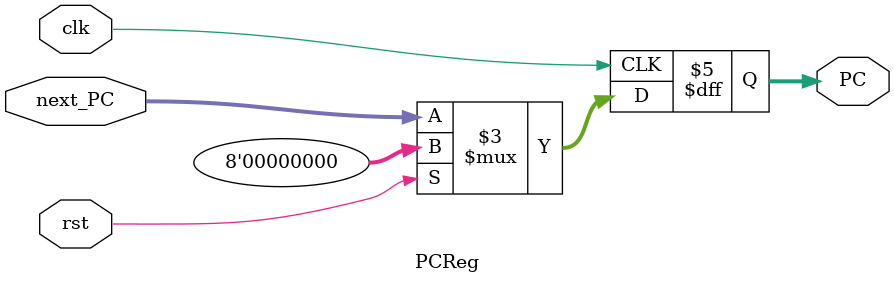
<source format=sv>
module PCReg #(
    parameter ADDRESS_WIDTH = 8,

)(
    input logic                        clk,
    input logic                        rst,
    input logic  [ADDRESS_WIDTH-1:0]   next_PC,
    output logic [ADDRESS_WIDTH-1:0]      PC

);



//synchronous reset
always_ff @(posedge clk) begin 
    if(rst) PC <= {ADDRESS_WIDTH{1'b0}};
    else PC <= next_PC;
end 
endmodule 

</source>
